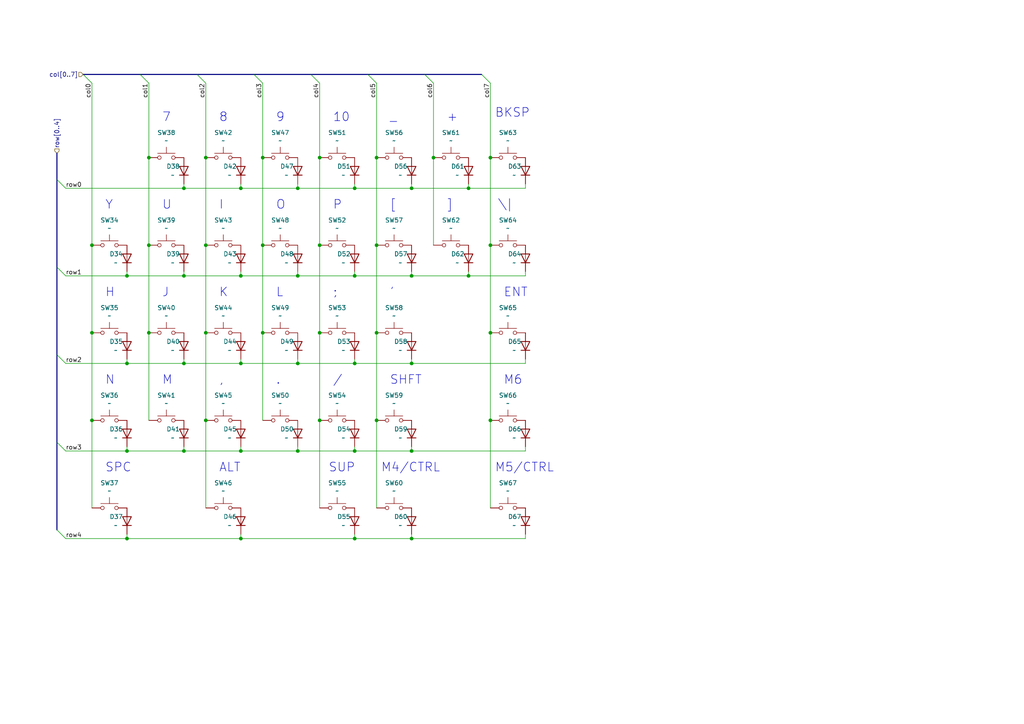
<source format=kicad_sch>
(kicad_sch (version 20211123) (generator eeschema)
  (paper "A4")
  (lib_symbols
    (symbol "Device:D" (pin_numbers hide) (pin_names (offset 1.016) hide)
      (property "Reference" "D" (at 0 2.54 0))
      (property "Value" "D" (at 0 -2.54 0))
      (symbol "D_0_1"
        (polyline (pts (xy -1.27 1.27) (xy -1.27 -1.27)) (stroke (width 0.254)))
        (polyline (pts (xy 1.27 0) (xy -1.27 0)))
        (polyline (pts (xy 1.27 1.27) (xy 1.27 -1.27) (xy -1.27 0) (xy 1.27 1.27)) (stroke (width 0.254)))
      )
      (symbol "D_1_1"
        (pin passive line (at -3.81 0 0) (length 2.54) (name "K") (number "1"))
        (pin passive line (at 3.81 0 180) (length 2.54) (name "A") (number "2"))
      )
    )
    (symbol "Switch:SW_Push" (pin_numbers hide) (pin_names (offset 1.016) hide)
      (property "Reference" "SW" (at 1.27 2.54 0))
      (property "Value" "SW_Push" (at 0 -1.524 0))
      (symbol "SW_Push_0_1"
        (circle (center -2.032 0) (radius 0.508))
        (polyline (pts (xy 0 1.27) (xy 0 3.048)))
        (polyline (pts (xy 2.54 1.27) (xy -2.54 1.27)))
        (circle (center 2.032 0) (radius 0.508))
        (pin passive line (at -5.08 0 0) (length 2.54) (name "1") (number "1"))
        (pin passive line (at 5.08 0 180) (length 2.54) (name "2") (number "2"))
      )
    )
  )
  (junction (at 69.85 130.81))
  (junction (at 135.89 80.01))
  (junction (at 92.71 71.12))
  (junction (at 69.85 54.61))
  (junction (at 119.38 130.81))
  (junction (at 142.24 121.92))
  (junction (at 102.87 105.41))
  (junction (at 43.18 96.52))
  (junction (at 53.34 54.61))
  (junction (at 36.83 80.01))
  (junction (at 142.24 71.12))
  (junction (at 86.36 54.61))
  (junction (at 53.34 105.41))
  (junction (at 142.24 96.52))
  (junction (at 76.2 71.12))
  (junction (at 119.38 54.61))
  (junction (at 69.85 80.01))
  (junction (at 36.83 130.81))
  (junction (at 76.2 96.52))
  (junction (at 59.69 45.72))
  (junction (at 59.69 71.12))
  (junction (at 26.67 121.92))
  (junction (at 36.83 156.21))
  (junction (at 125.73 45.72))
  (junction (at 36.83 105.41))
  (junction (at 102.87 54.61))
  (junction (at 102.87 156.21))
  (junction (at 86.36 80.01))
  (junction (at 109.22 121.92))
  (junction (at 109.22 96.52))
  (junction (at 43.18 45.72))
  (junction (at 119.38 105.41))
  (junction (at 119.38 156.21))
  (junction (at 92.71 45.72))
  (junction (at 109.22 45.72))
  (junction (at 86.36 105.41))
  (junction (at 43.18 71.12))
  (junction (at 76.2 45.72))
  (junction (at 53.34 80.01))
  (junction (at 109.22 71.12))
  (junction (at 26.67 71.12))
  (junction (at 92.71 121.92))
  (junction (at 59.69 121.92))
  (junction (at 102.87 130.81))
  (junction (at 135.89 54.61))
  (junction (at 69.85 105.41))
  (junction (at 142.24 45.72))
  (junction (at 92.71 96.52))
  (junction (at 86.36 130.81))
  (junction (at 59.69 96.52))
  (junction (at 69.85 156.21))
  (junction (at 53.34 130.81))
  (junction (at 102.87 80.01))
  (junction (at 119.38 80.01))
  (junction (at 26.67 96.52))
  (bus_entry (at 16.51 128.27) (size 2.54 2.54))
  (bus_entry (at 16.51 52.07) (size 2.54 2.54))
  (bus_entry (at 16.51 102.87) (size 2.54 2.54))
  (bus_entry (at 139.7 21.59) (size 2.54 2.54))
  (bus_entry (at 123.19 21.59) (size 2.54 2.54))
  (bus_entry (at 90.17 21.59) (size 2.54 2.54))
  (bus_entry (at 106.68 21.59) (size 2.54 2.54))
  (bus_entry (at 73.66 21.59) (size 2.54 2.54))
  (bus_entry (at 24.13 21.59) (size 2.54 2.54))
  (bus_entry (at 57.15 21.59) (size 2.54 2.54))
  (bus_entry (at 40.64 21.59) (size 2.54 2.54))
  (bus_entry (at 16.51 153.67) (size 2.54 2.54))
  (bus_entry (at 16.51 77.47) (size 2.54 2.54))
  (wire (pts (xy 109.22 45.72) (xy 109.22 71.12)))
  (wire (pts (xy 19.05 54.61) (xy 53.34 54.61)))
  (wire (pts (xy 69.85 105.41) (xy 86.36 105.41)))
  (wire (pts (xy 135.89 53.34) (xy 135.89 54.61)))
  (wire (pts (xy 59.69 24.13) (xy 59.69 45.72)))
  (wire (pts (xy 109.22 96.52) (xy 109.22 121.92)))
  (wire (pts (xy 53.34 80.01) (xy 69.85 80.01)))
  (wire (pts (xy 76.2 71.12) (xy 76.2 96.52)))
  (wire (pts (xy 102.87 129.54) (xy 102.87 130.81)))
  (wire (pts (xy 69.85 78.74) (xy 69.85 80.01)))
  (wire (pts (xy 142.24 45.72) (xy 142.24 71.12)))
  (wire (pts (xy 152.4 154.94) (xy 152.4 156.21)))
  (wire (pts (xy 36.83 80.01) (xy 53.34 80.01)))
  (bus (pts (xy 123.19 21.59) (xy 139.7 21.59)))
  (wire (pts (xy 53.34 129.54) (xy 53.34 130.81)))
  (wire (pts (xy 142.24 71.12) (xy 142.24 96.52)))
  (wire (pts (xy 53.34 105.41) (xy 69.85 105.41)))
  (wire (pts (xy 69.85 54.61) (xy 86.36 54.61)))
  (wire (pts (xy 26.67 71.12) (xy 26.67 96.52)))
  (wire (pts (xy 53.34 104.14) (xy 53.34 105.41)))
  (wire (pts (xy 152.4 129.54) (xy 152.4 130.81)))
  (wire (pts (xy 142.24 96.52) (xy 142.24 121.92)))
  (wire (pts (xy 92.71 71.12) (xy 92.71 96.52)))
  (wire (pts (xy 69.85 130.81) (xy 86.36 130.81)))
  (wire (pts (xy 109.22 71.12) (xy 109.22 96.52)))
  (wire (pts (xy 119.38 129.54) (xy 119.38 130.81)))
  (wire (pts (xy 69.85 53.34) (xy 69.85 54.61)))
  (wire (pts (xy 86.36 104.14) (xy 86.36 105.41)))
  (wire (pts (xy 86.36 54.61) (xy 102.87 54.61)))
  (wire (pts (xy 69.85 80.01) (xy 86.36 80.01)))
  (wire (pts (xy 86.36 53.34) (xy 86.36 54.61)))
  (wire (pts (xy 69.85 104.14) (xy 69.85 105.41)))
  (bus (pts (xy 16.51 102.87) (xy 16.51 128.27)))
  (wire (pts (xy 36.83 156.21) (xy 69.85 156.21)))
  (wire (pts (xy 86.36 129.54) (xy 86.36 130.81)))
  (wire (pts (xy 152.4 78.74) (xy 152.4 80.01)))
  (wire (pts (xy 119.38 54.61) (xy 135.89 54.61)))
  (wire (pts (xy 76.2 96.52) (xy 76.2 121.92)))
  (wire (pts (xy 125.73 24.13) (xy 125.73 45.72)))
  (wire (pts (xy 102.87 78.74) (xy 102.87 80.01)))
  (wire (pts (xy 86.36 80.01) (xy 102.87 80.01)))
  (wire (pts (xy 59.69 45.72) (xy 59.69 71.12)))
  (wire (pts (xy 102.87 80.01) (xy 119.38 80.01)))
  (wire (pts (xy 119.38 104.14) (xy 119.38 105.41)))
  (wire (pts (xy 142.24 24.13) (xy 142.24 45.72)))
  (wire (pts (xy 135.89 54.61) (xy 152.4 54.61)))
  (wire (pts (xy 53.34 54.61) (xy 69.85 54.61)))
  (wire (pts (xy 36.83 129.54) (xy 36.83 130.81)))
  (wire (pts (xy 26.67 121.92) (xy 26.67 147.32)))
  (bus (pts (xy 106.68 21.59) (xy 123.19 21.59)))
  (wire (pts (xy 119.38 154.94) (xy 119.38 156.21)))
  (wire (pts (xy 92.71 45.72) (xy 92.71 71.12)))
  (bus (pts (xy 16.51 44.45) (xy 16.51 52.07)))
  (wire (pts (xy 26.67 24.13) (xy 26.67 71.12)))
  (wire (pts (xy 19.05 130.81) (xy 36.83 130.81)))
  (wire (pts (xy 43.18 24.13) (xy 43.18 45.72)))
  (bus (pts (xy 57.15 21.59) (xy 73.66 21.59)))
  (bus (pts (xy 16.51 52.07) (xy 16.51 77.47)))
  (wire (pts (xy 86.36 78.74) (xy 86.36 80.01)))
  (wire (pts (xy 36.83 104.14) (xy 36.83 105.41)))
  (wire (pts (xy 102.87 105.41) (xy 119.38 105.41)))
  (wire (pts (xy 76.2 45.72) (xy 76.2 71.12)))
  (bus (pts (xy 16.51 77.47) (xy 16.51 102.87)))
  (wire (pts (xy 109.22 24.13) (xy 109.22 45.72)))
  (wire (pts (xy 36.83 78.74) (xy 36.83 80.01)))
  (wire (pts (xy 36.83 154.94) (xy 36.83 156.21)))
  (wire (pts (xy 125.73 45.72) (xy 125.73 71.12)))
  (wire (pts (xy 36.83 105.41) (xy 53.34 105.41)))
  (wire (pts (xy 43.18 71.12) (xy 43.18 96.52)))
  (wire (pts (xy 26.67 96.52) (xy 26.67 121.92)))
  (wire (pts (xy 102.87 154.94) (xy 102.87 156.21)))
  (bus (pts (xy 73.66 21.59) (xy 90.17 21.59)))
  (bus (pts (xy 40.64 21.59) (xy 57.15 21.59)))
  (wire (pts (xy 119.38 105.41) (xy 152.4 105.41)))
  (wire (pts (xy 102.87 53.34) (xy 102.87 54.61)))
  (wire (pts (xy 36.83 130.81) (xy 53.34 130.81)))
  (wire (pts (xy 19.05 105.41) (xy 36.83 105.41)))
  (wire (pts (xy 119.38 156.21) (xy 152.4 156.21)))
  (wire (pts (xy 135.89 80.01) (xy 152.4 80.01)))
  (bus (pts (xy 90.17 21.59) (xy 106.68 21.59)))
  (wire (pts (xy 19.05 156.21) (xy 36.83 156.21)))
  (wire (pts (xy 86.36 130.81) (xy 102.87 130.81)))
  (wire (pts (xy 92.71 96.52) (xy 92.71 121.92)))
  (bus (pts (xy 16.51 128.27) (xy 16.51 153.67)))
  (wire (pts (xy 152.4 53.34) (xy 152.4 54.61)))
  (wire (pts (xy 69.85 129.54) (xy 69.85 130.81)))
  (wire (pts (xy 43.18 45.72) (xy 43.18 71.12)))
  (wire (pts (xy 102.87 130.81) (xy 119.38 130.81)))
  (wire (pts (xy 59.69 96.52) (xy 59.69 121.92)))
  (wire (pts (xy 135.89 78.74) (xy 135.89 80.01)))
  (wire (pts (xy 119.38 78.74) (xy 119.38 80.01)))
  (wire (pts (xy 119.38 80.01) (xy 135.89 80.01)))
  (wire (pts (xy 102.87 54.61) (xy 119.38 54.61)))
  (wire (pts (xy 86.36 105.41) (xy 102.87 105.41)))
  (wire (pts (xy 119.38 130.81) (xy 152.4 130.81)))
  (wire (pts (xy 142.24 121.92) (xy 142.24 147.32)))
  (wire (pts (xy 92.71 24.13) (xy 92.71 45.72)))
  (wire (pts (xy 69.85 156.21) (xy 102.87 156.21)))
  (wire (pts (xy 53.34 78.74) (xy 53.34 80.01)))
  (wire (pts (xy 102.87 104.14) (xy 102.87 105.41)))
  (wire (pts (xy 59.69 71.12) (xy 59.69 96.52)))
  (wire (pts (xy 69.85 154.94) (xy 69.85 156.21)))
  (wire (pts (xy 102.87 156.21) (xy 119.38 156.21)))
  (wire (pts (xy 109.22 121.92) (xy 109.22 147.32)))
  (wire (pts (xy 59.69 121.92) (xy 59.69 147.32)))
  (wire (pts (xy 53.34 53.34) (xy 53.34 54.61)))
  (bus (pts (xy 24.13 21.59) (xy 40.64 21.59)))
  (wire (pts (xy 92.71 121.92) (xy 92.71 147.32)))
  (wire (pts (xy 43.18 96.52) (xy 43.18 121.92)))
  (wire (pts (xy 152.4 104.14) (xy 152.4 105.41)))
  (wire (pts (xy 53.34 130.81) (xy 69.85 130.81)))
  (wire (pts (xy 119.38 53.34) (xy 119.38 54.61)))
  (wire (pts (xy 76.2 24.13) (xy 76.2 45.72)))
  (wire (pts (xy 19.05 80.01) (xy 36.83 80.01)))
  (text "]" (at 129.54 60.96 0) (effects (font (size 2.54 2.54)) (justify left bottom)))
  (text "[" (at 113.03 60.96 0) (effects (font (size 2.54 2.54)) (justify left bottom)))
  (text "M6" (at 146.05 111.76 0) (effects (font (size 2.54 2.54)) (justify left bottom)))
  (text "ALT" (at 63.5 137.16 0) (effects (font (size 2.54 2.54)) (justify left bottom)))
  (text ".\n" (at 80.01 111.76 0) (effects (font (size 2.54 2.54)) (justify left bottom)))
  (text "10" (at 96.52 35.56 0) (effects (font (size 2.54 2.54)) (justify left bottom)))
  (text "Y" (at 30.48 60.96 0) (effects (font (size 2.54 2.54)) (justify left bottom)))
  (text "M" (at 46.99 111.76 0) (effects (font (size 2.54 2.54)) (justify left bottom)))
  (text "+" (at 129.54 35.56 0) (effects (font (size 2.54 2.54)) (justify left bottom)))
  (text "L" (at 80.01 86.36 0) (effects (font (size 2.54 2.54)) (justify left bottom)))
  (text "SUP" (at 95.25 137.16 0) (effects (font (size 2.54 2.54)) (justify left bottom)))
  (text "P" (at 96.52 60.96 0) (effects (font (size 2.54 2.54)) (justify left bottom)))
  (text "SHFT" (at 113.03 111.76 0) (effects (font (size 2.54 2.54)) (justify left bottom)))
  (text "H" (at 30.48 86.36 0) (effects (font (size 2.54 2.54)) (justify left bottom)))
  (text "," (at 63.5 111.76 0) (effects (font (size 2.54 2.54)) (justify left bottom)))
  (text "7" (at 46.99 35.56 0) (effects (font (size 2.54 2.54)) (justify left bottom)))
  (text "_" (at 113.03 35.56 0) (effects (font (size 2.54 2.54)) (justify left bottom)))
  (text "U" (at 46.99 60.96 0) (effects (font (size 2.54 2.54)) (justify left bottom)))
  (text "M4/CTRL" (at 110.49 137.16 0) (effects (font (size 2.54 2.54)) (justify left bottom)))
  (text "M5/CTRL" (at 143.51 137.16 0) (effects (font (size 2.54 2.54)) (justify left bottom)))
  (text "ENT" (at 146.05 86.36 0) (effects (font (size 2.54 2.54)) (justify left bottom)))
  (text "9" (at 80.01 35.56 0) (effects (font (size 2.54 2.54)) (justify left bottom)))
  (text "'" (at 113.03 86.36 0) (effects (font (size 2.54 2.54)) (justify left bottom)))
  (text "BKSP" (at 143.51 34.29 0) (effects (font (size 2.54 2.54)) (justify left bottom)))
  (text "K" (at 63.5 86.36 0) (effects (font (size 2.54 2.54)) (justify left bottom)))
  (text "8" (at 63.5 35.56 0) (effects (font (size 2.54 2.54)) (justify left bottom)))
  (text "SPC" (at 30.48 137.16 0) (effects (font (size 2.54 2.54)) (justify left bottom)))
  (text "\\|" (at 144.78 60.96 0) (effects (font (size 2.54 2.54)) (justify left bottom)))
  (text "I" (at 63.5 60.96 0) (effects (font (size 2.54 2.54)) (justify left bottom)))
  (text ";" (at 96.52 86.36 0) (effects (font (size 2.54 2.54)) (justify left bottom)))
  (text "J" (at 46.99 86.36 0) (effects (font (size 2.54 2.54)) (justify left bottom)))
  (text "N" (at 30.48 111.76 0) (effects (font (size 2.54 2.54)) (justify left bottom)))
  (text "O" (at 80.01 60.96 0) (effects (font (size 2.54 2.54)) (justify left bottom)))
  (text "/" (at 96.52 111.76 0) (effects (font (size 2.54 2.54)) (justify left bottom)))
  (label "col1" (at 43.18 24.13 270))
  (label "col5" (at 109.22 24.13 270))
  (label "col6" (at 125.73 24.13 270))
  (label "col4" (at 92.71 24.13 270))
  (label "col7" (at 142.24 24.13 270))
  (label "row1" (at 19.05 80.01 0))
  (label "row4" (at 19.05 156.21 0))
  (label "col2" (at 59.69 24.13 270))
  (label "col0" (at 26.67 24.13 270))
  (label "row0" (at 19.05 54.61 0))
  (label "row3" (at 19.05 130.81 0))
  (label "col3" (at 76.2 24.13 270))
  (label "row2" (at 19.05 105.41 0))
  (hierarchical_label "row[0..4]" (shape input) (at 16.51 44.45 90))
  (hierarchical_label "col[0..7]" (shape input) (at 24.13 21.59 180))
  (symbol (lib_id "Device:D") (at 86.36 49.53 90) (unit 1)
    (property "Reference" "D47" (at 81.28 48.26 90) (effects (justify right)))
    (property "Value" "~" (at 82.55 50.8 90) (effects (justify right)))
    (property "Footprint" "Diode_SMD:D_SOD-123" (effects hide))
  )
  (symbol (lib_id "Device:D") (at 36.83 74.93 90) (unit 1)
    (property "Reference" "D34" (at 31.75 73.66 90) (effects (justify right)))
    (property "Value" "~" (at 33.02 76.2 90) (effects (justify right)))
    (property "Footprint" "Diode_SMD:D_SOD-123" (effects hide))
  )
  (symbol (lib_id "Switch:SW_Push") (at 130.81 71.12 0) (unit 1)
    (property "Reference" "SW62" (at 130.81 63.881 0))
    (property "Value" "~" (at 130.81 66.1924 0))
    (property "Footprint" "MX_Switch:SW_Cherry_MX_1.00u_PCB_Socket" (effects hide))
  )
  (symbol (lib_id "Device:D") (at 152.4 49.53 90) (unit 1)
    (property "Reference" "D63" (at 147.32 48.26 90) (effects (justify right)))
    (property "Value" "~" (at 148.59 50.8 90) (effects (justify right)))
    (property "Footprint" "Diode_SMD:D_SOD-123" (effects hide))
  )
  (symbol (lib_id "Device:D") (at 152.4 151.13 90) (unit 1)
    (property "Reference" "D67" (at 147.32 149.86 90) (effects (justify right)))
    (property "Value" "~" (at 148.59 152.4 90) (effects (justify right)))
    (property "Footprint" "Diode_SMD:D_SOD-123" (effects hide))
  )
  (symbol (lib_id "Device:D") (at 152.4 100.33 90) (unit 1)
    (property "Reference" "D65" (at 147.32 99.06 90) (effects (justify right)))
    (property "Value" "~" (at 148.59 101.6 90) (effects (justify right)))
    (property "Footprint" "Diode_SMD:D_SOD-123" (effects hide))
  )
  (symbol (lib_id "Switch:SW_Push") (at 31.75 96.52 0) (unit 1)
    (property "Reference" "SW35" (at 31.75 89.281 0))
    (property "Value" "~" (at 31.75 91.5924 0))
    (property "Footprint" "MX_Switch:SW_Cherry_MX_1.00u_PCB_Socket" (effects hide))
  )
  (symbol (lib_id "Device:D") (at 69.85 74.93 90) (unit 1)
    (property "Reference" "D43" (at 64.77 73.66 90) (effects (justify right)))
    (property "Value" "~" (at 66.04 76.2 90) (effects (justify right)))
    (property "Footprint" "Diode_SMD:D_SOD-123" (effects hide))
  )
  (symbol (lib_id "Switch:SW_Push") (at 97.79 96.52 0) (unit 1)
    (property "Reference" "SW53" (at 97.79 89.281 0))
    (property "Value" "~" (at 97.79 91.5924 0))
    (property "Footprint" "MX_Switch:SW_Cherry_MX_1.00u_PCB_Socket" (effects hide))
  )
  (symbol (lib_id "Switch:SW_Push") (at 97.79 45.72 0) (unit 1)
    (property "Reference" "SW51" (at 97.79 38.481 0))
    (property "Value" "~" (at 97.79 40.7924 0))
    (property "Footprint" "MX_Switch:SW_Cherry_MX_1.00u_PCB_Socket" (effects hide))
  )
  (symbol (lib_id "Switch:SW_Push") (at 81.28 71.12 0) (unit 1)
    (property "Reference" "SW48" (at 81.28 63.881 0))
    (property "Value" "~" (at 81.28 66.1924 0))
    (property "Footprint" "MX_Switch:SW_Cherry_MX_1.00u_PCB_Socket" (effects hide))
  )
  (symbol (lib_id "Switch:SW_Push") (at 81.28 45.72 0) (unit 1)
    (property "Reference" "SW47" (at 81.28 38.481 0))
    (property "Value" "~" (at 81.28 40.7924 0))
    (property "Footprint" "MX_Switch:SW_Cherry_MX_1.00u_PCB_Socket" (effects hide))
  )
  (symbol (lib_id "Device:D") (at 69.85 100.33 90) (unit 1)
    (property "Reference" "D44" (at 64.77 99.06 90) (effects (justify right)))
    (property "Value" "~" (at 66.04 101.6 90) (effects (justify right)))
    (property "Footprint" "Diode_SMD:D_SOD-123" (effects hide))
  )
  (symbol (lib_id "Switch:SW_Push") (at 48.26 45.72 0) (unit 1)
    (property "Reference" "SW38" (at 48.26 38.481 0))
    (property "Value" "~" (at 48.26 40.7924 0))
    (property "Footprint" "MX_Switch:SW_Cherry_MX_1.00u_PCB_Socket" (effects hide))
  )
  (symbol (lib_id "Device:D") (at 119.38 151.13 90) (unit 1)
    (property "Reference" "D60" (at 114.3 149.86 90) (effects (justify right)))
    (property "Value" "~" (at 115.57 152.4 90) (effects (justify right)))
    (property "Footprint" "Diode_SMD:D_SOD-123" (effects hide))
  )
  (symbol (lib_id "Device:D") (at 36.83 100.33 90) (unit 1)
    (property "Reference" "D35" (at 31.75 99.06 90) (effects (justify right)))
    (property "Value" "~" (at 33.02 101.6 90) (effects (justify right)))
    (property "Footprint" "Diode_SMD:D_SOD-123" (effects hide))
  )
  (symbol (lib_id "Device:D") (at 152.4 125.73 90) (unit 1)
    (property "Reference" "D66" (at 147.32 124.46 90) (effects (justify right)))
    (property "Value" "~" (at 148.59 127 90) (effects (justify right)))
    (property "Footprint" "Diode_SMD:D_SOD-123" (effects hide))
  )
  (symbol (lib_id "Device:D") (at 86.36 125.73 90) (unit 1)
    (property "Reference" "D50" (at 81.28 124.46 90) (effects (justify right)))
    (property "Value" "~" (at 82.55 127 90) (effects (justify right)))
    (property "Footprint" "Diode_SMD:D_SOD-123" (effects hide))
  )
  (symbol (lib_id "Device:D") (at 69.85 151.13 90) (unit 1)
    (property "Reference" "D46" (at 64.77 149.86 90) (effects (justify right)))
    (property "Value" "~" (at 66.04 152.4 90) (effects (justify right)))
    (property "Footprint" "Diode_SMD:D_SOD-123" (effects hide))
  )
  (symbol (lib_id "Switch:SW_Push") (at 147.32 96.52 0) (unit 1)
    (property "Reference" "SW65" (at 147.32 89.281 0))
    (property "Value" "~" (at 147.32 91.5924 0))
    (property "Footprint" "MX_Switch:SW_Cherry_MX_2.25u_PCB_Socket_ReversedStabilizers" (effects hide))
  )
  (symbol (lib_id "Device:D") (at 102.87 151.13 90) (unit 1)
    (property "Reference" "D55" (at 97.79 149.86 90) (effects (justify right)))
    (property "Value" "~" (at 99.06 152.4 90) (effects (justify right)))
    (property "Footprint" "Diode_SMD:D_SOD-123" (effects hide))
  )
  (symbol (lib_id "Device:D") (at 135.89 74.93 90) (unit 1)
    (property "Reference" "D62" (at 130.81 73.66 90) (effects (justify right)))
    (property "Value" "~" (at 132.08 76.2 90) (effects (justify right)))
    (property "Footprint" "Diode_SMD:D_SOD-123" (effects hide))
  )
  (symbol (lib_id "Switch:SW_Push") (at 147.32 45.72 0) (unit 1)
    (property "Reference" "SW63" (at 147.32 38.481 0))
    (property "Value" "~" (at 147.32 40.7924 0))
    (property "Footprint" "MX_Switch:SW_Cherry_MX_2.00u_PCB_Socket" (effects hide))
  )
  (symbol (lib_id "Device:D") (at 102.87 49.53 90) (unit 1)
    (property "Reference" "D51" (at 97.79 48.26 90) (effects (justify right)))
    (property "Value" "~" (at 99.06 50.8 90) (effects (justify right)))
    (property "Footprint" "Diode_SMD:D_SOD-123" (effects hide))
  )
  (symbol (lib_id "Device:D") (at 69.85 125.73 90) (unit 1)
    (property "Reference" "D45" (at 64.77 124.46 90) (effects (justify right)))
    (property "Value" "~" (at 66.04 127 90) (effects (justify right)))
    (property "Footprint" "Diode_SMD:D_SOD-123" (effects hide))
  )
  (symbol (lib_id "Device:D") (at 119.38 125.73 90) (unit 1)
    (property "Reference" "D59" (at 114.3 124.46 90) (effects (justify right)))
    (property "Value" "~" (at 115.57 127 90) (effects (justify right)))
    (property "Footprint" "Diode_SMD:D_SOD-123" (effects hide))
  )
  (symbol (lib_id "Device:D") (at 119.38 74.93 90) (unit 1)
    (property "Reference" "D57" (at 114.3 73.66 90) (effects (justify right)))
    (property "Value" "~" (at 115.57 76.2 90) (effects (justify right)))
    (property "Footprint" "Diode_SMD:D_SOD-123" (effects hide))
  )
  (symbol (lib_id "Switch:SW_Push") (at 114.3 71.12 0) (unit 1)
    (property "Reference" "SW57" (at 114.3 63.881 0))
    (property "Value" "~" (at 114.3 66.1924 0))
    (property "Footprint" "MX_Switch:SW_Cherry_MX_1.00u_PCB_Socket" (effects hide))
  )
  (symbol (lib_id "Device:D") (at 53.34 100.33 90) (unit 1)
    (property "Reference" "D40" (at 48.26 99.06 90) (effects (justify right)))
    (property "Value" "~" (at 49.53 101.6 90) (effects (justify right)))
    (property "Footprint" "Diode_SMD:D_SOD-123" (effects hide))
  )
  (symbol (lib_id "Switch:SW_Push") (at 97.79 121.92 0) (unit 1)
    (property "Reference" "SW54" (at 97.79 114.681 0))
    (property "Value" "~" (at 97.79 116.9924 0))
    (property "Footprint" "MX_Switch:SW_Cherry_MX_1.00u_PCB_Socket" (effects hide))
  )
  (symbol (lib_id "Switch:SW_Push") (at 147.32 147.32 0) (unit 1)
    (property "Reference" "SW67" (at 147.32 140.081 0))
    (property "Value" "~" (at 147.32 142.3924 0))
    (property "Footprint" "MX_Switch:SW_Cherry_MX_1.00u_PCB_Socket" (effects hide))
  )
  (symbol (lib_id "Device:D") (at 53.34 74.93 90) (unit 1)
    (property "Reference" "D39" (at 48.26 73.66 90) (effects (justify right)))
    (property "Value" "~" (at 49.53 76.2 90) (effects (justify right)))
    (property "Footprint" "Diode_SMD:D_SOD-123" (effects hide))
  )
  (symbol (lib_id "Device:D") (at 53.34 49.53 90) (unit 1)
    (property "Reference" "D38" (at 48.26 48.26 90) (effects (justify right)))
    (property "Value" "~" (at 49.53 50.8 90) (effects (justify right)))
    (property "Footprint" "Diode_SMD:D_SOD-123" (effects hide))
  )
  (symbol (lib_id "Switch:SW_Push") (at 114.3 147.32 0) (unit 1)
    (property "Reference" "SW60" (at 114.3 140.081 0))
    (property "Value" "~" (at 114.3 142.3924 0))
    (property "Footprint" "MX_Switch:SW_Cherry_MX_1.50u_PCB_Socket" (effects hide))
  )
  (symbol (lib_id "Device:D") (at 86.36 74.93 90) (unit 1)
    (property "Reference" "D48" (at 81.28 73.66 90) (effects (justify right)))
    (property "Value" "~" (at 82.55 76.2 90) (effects (justify right)))
    (property "Footprint" "Diode_SMD:D_SOD-123" (effects hide))
  )
  (symbol (lib_id "Switch:SW_Push") (at 64.77 96.52 0) (unit 1)
    (property "Reference" "SW44" (at 64.77 89.281 0))
    (property "Value" "~" (at 64.77 91.5924 0))
    (property "Footprint" "MX_Switch:SW_Cherry_MX_1.00u_PCB_Socket" (effects hide))
  )
  (symbol (lib_id "Switch:SW_Push") (at 114.3 121.92 0) (unit 1)
    (property "Reference" "SW59" (at 114.3 114.681 0))
    (property "Value" "~" (at 114.3 116.9924 0))
    (property "Footprint" "MX_Switch:SW_Cherry_MX_2.00u_PCB_Socket_ReversedStabilizers" (effects hide))
  )
  (symbol (lib_id "Switch:SW_Push") (at 48.26 96.52 0) (unit 1)
    (property "Reference" "SW40" (at 48.26 89.281 0))
    (property "Value" "~" (at 48.26 91.5924 0))
    (property "Footprint" "MX_Switch:SW_Cherry_MX_1.00u_PCB_Socket" (effects hide))
  )
  (symbol (lib_id "Switch:SW_Push") (at 31.75 121.92 0) (unit 1)
    (property "Reference" "SW36" (at 31.75 114.681 0))
    (property "Value" "~" (at 31.75 116.9924 0))
    (property "Footprint" "MX_Switch:SW_Cherry_MX_1.00u_PCB_Socket" (effects hide))
  )
  (symbol (lib_id "Switch:SW_Push") (at 64.77 45.72 0) (unit 1)
    (property "Reference" "SW42" (at 64.77 38.481 0))
    (property "Value" "~" (at 64.77 40.7924 0))
    (property "Footprint" "MX_Switch:SW_Cherry_MX_1.00u_PCB_Socket" (effects hide))
  )
  (symbol (lib_id "Device:D") (at 102.87 100.33 90) (unit 1)
    (property "Reference" "D53" (at 97.79 99.06 90) (effects (justify right)))
    (property "Value" "~" (at 99.06 101.6 90) (effects (justify right)))
    (property "Footprint" "Diode_SMD:D_SOD-123" (effects hide))
  )
  (symbol (lib_id "Switch:SW_Push") (at 64.77 147.32 0) (unit 1)
    (property "Reference" "SW46" (at 64.77 140.081 0))
    (property "Value" "~" (at 64.77 142.3924 0))
    (property "Footprint" "MX_Switch:SW_Cherry_MX_1.50u_PCB_Socket" (effects hide))
  )
  (symbol (lib_id "Switch:SW_Push") (at 147.32 71.12 0) (unit 1)
    (property "Reference" "SW64" (at 147.32 63.881 0))
    (property "Value" "~" (at 147.32 66.1924 0))
    (property "Footprint" "MX_Switch:SW_Cherry_MX_1.50u_PCB_Socket" (effects hide))
  )
  (symbol (lib_id "Device:D") (at 53.34 125.73 90) (unit 1)
    (property "Reference" "D41" (at 48.26 124.46 90) (effects (justify right)))
    (property "Value" "~" (at 49.53 127 90) (effects (justify right)))
    (property "Footprint" "Diode_SMD:D_SOD-123" (effects hide))
  )
  (symbol (lib_id "Device:D") (at 119.38 49.53 90) (unit 1)
    (property "Reference" "D56" (at 114.3 48.26 90) (effects (justify right)))
    (property "Value" "~" (at 115.57 50.8 90) (effects (justify right)))
    (property "Footprint" "Diode_SMD:D_SOD-123" (effects hide))
  )
  (symbol (lib_id "Switch:SW_Push") (at 48.26 71.12 0) (unit 1)
    (property "Reference" "SW39" (at 48.26 63.881 0))
    (property "Value" "~" (at 48.26 66.1924 0))
    (property "Footprint" "MX_Switch:SW_Cherry_MX_1.00u_PCB_Socket" (effects hide))
  )
  (symbol (lib_id "Device:D") (at 152.4 74.93 90) (unit 1)
    (property "Reference" "D64" (at 147.32 73.66 90) (effects (justify right)))
    (property "Value" "~" (at 148.59 76.2 90) (effects (justify right)))
    (property "Footprint" "Diode_SMD:D_SOD-123" (effects hide))
  )
  (symbol (lib_id "Switch:SW_Push") (at 48.26 121.92 0) (unit 1)
    (property "Reference" "SW41" (at 48.26 114.681 0))
    (property "Value" "~" (at 48.26 116.9924 0))
    (property "Footprint" "MX_Switch:SW_Cherry_MX_1.00u_PCB_Socket" (effects hide))
  )
  (symbol (lib_id "Device:D") (at 69.85 49.53 90) (unit 1)
    (property "Reference" "D42" (at 64.77 48.26 90) (effects (justify right)))
    (property "Value" "~" (at 66.04 50.8 90) (effects (justify right)))
    (property "Footprint" "Diode_SMD:D_SOD-123" (effects hide))
  )
  (symbol (lib_id "Switch:SW_Push") (at 81.28 121.92 0) (unit 1)
    (property "Reference" "SW50" (at 81.28 114.681 0))
    (property "Value" "~" (at 81.28 116.9924 0))
    (property "Footprint" "MX_Switch:SW_Cherry_MX_1.00u_PCB_Socket" (effects hide))
  )
  (symbol (lib_id "Switch:SW_Push") (at 31.75 71.12 0) (unit 1)
    (property "Reference" "SW34" (at 31.75 63.881 0))
    (property "Value" "~" (at 31.75 66.1924 0))
    (property "Footprint" "MX_Switch:SW_Cherry_MX_1.00u_PCB_Socket" (effects hide))
  )
  (symbol (lib_id "Device:D") (at 119.38 100.33 90) (unit 1)
    (property "Reference" "D58" (at 114.3 99.06 90) (effects (justify right)))
    (property "Value" "~" (at 115.57 101.6 90) (effects (justify right)))
    (property "Footprint" "Diode_SMD:D_SOD-123" (effects hide))
  )
  (symbol (lib_id "Device:D") (at 102.87 125.73 90) (unit 1)
    (property "Reference" "D54" (at 97.79 124.46 90) (effects (justify right)))
    (property "Value" "~" (at 99.06 127 90) (effects (justify right)))
    (property "Footprint" "Diode_SMD:D_SOD-123" (effects hide))
  )
  (symbol (lib_id "Device:D") (at 36.83 125.73 90) (unit 1)
    (property "Reference" "D36" (at 31.75 124.46 90) (effects (justify right)))
    (property "Value" "~" (at 33.02 127 90) (effects (justify right)))
    (property "Footprint" "Diode_SMD:D_SOD-123" (effects hide))
  )
  (symbol (lib_id "Device:D") (at 102.87 74.93 90) (unit 1)
    (property "Reference" "D52" (at 97.79 73.66 90) (effects (justify right)))
    (property "Value" "~" (at 99.06 76.2 90) (effects (justify right)))
    (property "Footprint" "Diode_SMD:D_SOD-123" (effects hide))
  )
  (symbol (lib_id "Switch:SW_Push") (at 114.3 96.52 0) (unit 1)
    (property "Reference" "SW58" (at 114.3 89.281 0))
    (property "Value" "~" (at 114.3 91.5924 0))
    (property "Footprint" "MX_Switch:SW_Cherry_MX_1.00u_PCB_Socket" (effects hide))
  )
  (symbol (lib_id "Device:D") (at 86.36 100.33 90) (unit 1)
    (property "Reference" "D49" (at 81.28 99.06 90) (effects (justify right)))
    (property "Value" "~" (at 82.55 101.6 90) (effects (justify right)))
    (property "Footprint" "Diode_SMD:D_SOD-123" (effects hide))
  )
  (symbol (lib_id "Device:D") (at 36.83 151.13 90) (unit 1)
    (property "Reference" "D37" (at 31.75 149.86 90) (effects (justify right)))
    (property "Value" "~" (at 33.02 152.4 90) (effects (justify right)))
    (property "Footprint" "Diode_SMD:D_SOD-123" (effects hide))
  )
  (symbol (lib_id "Switch:SW_Push") (at 64.77 71.12 0) (unit 1)
    (property "Reference" "SW43" (at 64.77 63.881 0))
    (property "Value" "~" (at 64.77 66.1924 0))
    (property "Footprint" "MX_Switch:SW_Cherry_MX_1.00u_PCB_Socket" (effects hide))
  )
  (symbol (lib_id "Switch:SW_Push") (at 97.79 147.32 0) (unit 1)
    (property "Reference" "SW55" (at 97.79 140.081 0))
    (property "Value" "~" (at 97.79 142.3924 0))
    (property "Footprint" "MX_Switch:SW_Cherry_MX_1.50u_PCB_Socket" (effects hide))
  )
  (symbol (lib_id "Switch:SW_Push") (at 130.81 45.72 0) (unit 1)
    (property "Reference" "SW61" (at 130.81 38.481 0))
    (property "Value" "~" (at 130.81 40.7924 0))
    (property "Footprint" "MX_Switch:SW_Cherry_MX_1.00u_PCB_Socket" (effects hide))
  )
  (symbol (lib_id "Device:D") (at 135.89 49.53 90) (unit 1)
    (property "Reference" "D61" (at 130.81 48.26 90) (effects (justify right)))
    (property "Value" "~" (at 132.08 50.8 90) (effects (justify right)))
    (property "Footprint" "Diode_SMD:D_SOD-123" (effects hide))
  )
  (symbol (lib_id "Switch:SW_Push") (at 31.75 147.32 0) (unit 1)
    (property "Reference" "SW37" (at 31.75 140.081 0))
    (property "Value" "~" (at 31.75 142.3924 0))
    (property "Footprint" "MX_Switch:SW_Cherry_MX_2.75u_PCB_Socket_ReversedStabilizers" (effects hide))
  )
  (symbol (lib_id "Switch:SW_Push") (at 147.32 121.92 0) (unit 1)
    (property "Reference" "SW66" (at 147.32 114.681 0))
    (property "Value" "~" (at 147.32 116.9924 0))
    (property "Footprint" "MX_Switch:SW_Cherry_MX_1.00u_PCB_Socket" (effects hide))
  )
  (symbol (lib_id "Switch:SW_Push") (at 64.77 121.92 0) (unit 1)
    (property "Reference" "SW45" (at 64.77 114.681 0))
    (property "Value" "~" (at 64.77 116.9924 0))
    (property "Footprint" "MX_Switch:SW_Cherry_MX_1.00u_PCB_Socket" (effects hide))
  )
  (symbol (lib_id "Switch:SW_Push") (at 97.79 71.12 0) (unit 1)
    (property "Reference" "SW52" (at 97.79 63.881 0))
    (property "Value" "~" (at 97.79 66.1924 0))
    (property "Footprint" "MX_Switch:SW_Cherry_MX_1.00u_PCB_Socket" (effects hide))
  )
  (symbol (lib_id "Switch:SW_Push") (at 114.3 45.72 0) (unit 1)
    (property "Reference" "SW56" (at 114.3 38.481 0))
    (property "Value" "~" (at 114.3 40.7924 0))
    (property "Footprint" "MX_Switch:SW_Cherry_MX_1.00u_PCB_Socket" (effects hide))
  )
  (symbol (lib_id "Switch:SW_Push") (at 81.28 96.52 0) (unit 1)
    (property "Reference" "SW49" (at 81.28 89.281 0))
    (property "Value" "~" (at 81.28 91.5924 0))
    (property "Footprint" "MX_Switch:SW_Cherry_MX_1.00u_PCB_Socket" (effects hide))
  )
)
</source>
